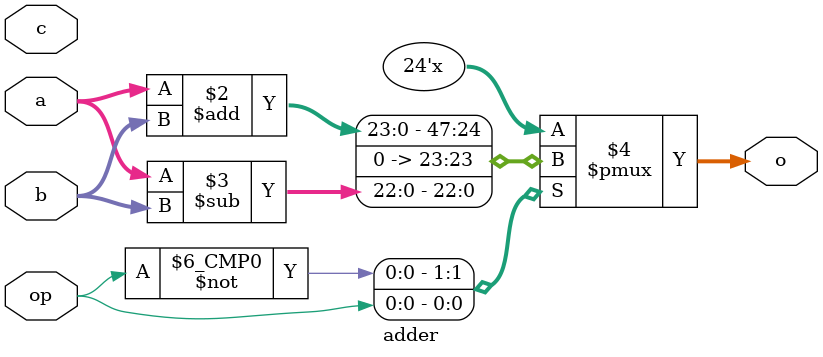
<source format=sv>
`timescale 1ns / 1ps

module adder #(parameter WIDTH=23)
 (input  [WIDTH-1:0] a,b,c,
 input op,
  output  reg [WIDTH:0] o);
 always@(a or b)begin
 
  case (op)
   0:o = a+b;
   1:o=$unsigned(a-b);   
  endcase
    end
endmodule


   

</source>
